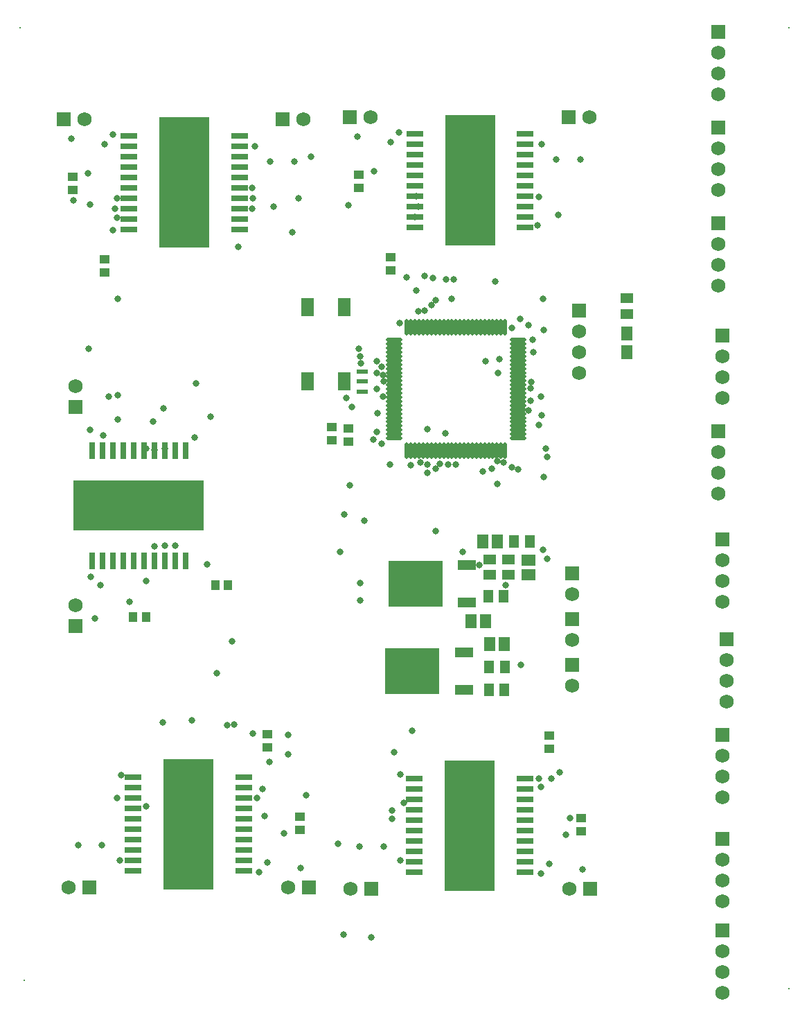
<source format=gts>
G04 Layer_Color=8388736*
%FSLAX25Y25*%
%MOIN*%
G70*
G01*
G75*
%ADD11R,0.24400X0.63000*%
%ADD12R,0.08300X0.02500*%
%ADD17R,0.63000X0.24400*%
%ADD18R,0.02500X0.08300*%
%ADD44R,0.04737X0.04343*%
%ADD45R,0.26391X0.22453*%
%ADD46R,0.09068X0.04540*%
%ADD47O,0.07887X0.01981*%
%ADD48O,0.01981X0.07887*%
%ADD49R,0.05328X0.06509*%
%ADD50R,0.04934X0.06312*%
%ADD51R,0.06312X0.04934*%
%ADD52R,0.06509X0.05328*%
%ADD53R,0.04343X0.04737*%
%ADD54R,0.05524X0.02375*%
%ADD55R,0.06312X0.09068*%
%ADD56R,0.05800X0.06800*%
%ADD57R,0.06800X0.06800*%
%ADD58C,0.06800*%
%ADD59R,0.06800X0.06800*%
%ADD60C,0.00800*%
%ADD61C,0.03162*%
D11*
X330500Y454500D02*
D03*
X192900Y453500D02*
D03*
X330400Y144350D02*
D03*
X194900Y145000D02*
D03*
D12*
X357100Y477000D02*
D03*
Y472000D02*
D03*
Y467000D02*
D03*
Y462000D02*
D03*
Y457000D02*
D03*
Y452000D02*
D03*
Y447000D02*
D03*
Y442000D02*
D03*
Y437000D02*
D03*
Y432000D02*
D03*
X303900D02*
D03*
Y437000D02*
D03*
Y442000D02*
D03*
Y447000D02*
D03*
Y452000D02*
D03*
Y457000D02*
D03*
Y462000D02*
D03*
Y467000D02*
D03*
Y472000D02*
D03*
Y477000D02*
D03*
X219500Y476000D02*
D03*
Y471000D02*
D03*
Y466000D02*
D03*
Y461000D02*
D03*
Y456000D02*
D03*
Y451000D02*
D03*
Y446000D02*
D03*
Y441000D02*
D03*
Y436000D02*
D03*
Y431000D02*
D03*
X166300D02*
D03*
Y436000D02*
D03*
Y441000D02*
D03*
Y446000D02*
D03*
Y451000D02*
D03*
Y456000D02*
D03*
Y461000D02*
D03*
Y466000D02*
D03*
Y471000D02*
D03*
Y476000D02*
D03*
X303800Y121850D02*
D03*
Y126850D02*
D03*
Y131850D02*
D03*
Y136850D02*
D03*
Y141850D02*
D03*
Y146850D02*
D03*
Y151850D02*
D03*
Y156850D02*
D03*
Y161850D02*
D03*
Y166850D02*
D03*
X357000D02*
D03*
Y161850D02*
D03*
Y156850D02*
D03*
Y151850D02*
D03*
Y146850D02*
D03*
Y141850D02*
D03*
Y136850D02*
D03*
Y131850D02*
D03*
Y126850D02*
D03*
Y121850D02*
D03*
X168300Y122500D02*
D03*
Y127500D02*
D03*
Y132500D02*
D03*
Y137500D02*
D03*
Y142500D02*
D03*
Y147500D02*
D03*
Y152500D02*
D03*
Y157500D02*
D03*
Y162500D02*
D03*
Y167500D02*
D03*
X221500D02*
D03*
Y162500D02*
D03*
Y157500D02*
D03*
Y152500D02*
D03*
Y147500D02*
D03*
Y142500D02*
D03*
Y137500D02*
D03*
Y132500D02*
D03*
Y127500D02*
D03*
Y122500D02*
D03*
D17*
X171000Y298100D02*
D03*
D18*
X148500Y324700D02*
D03*
X153500D02*
D03*
X158500D02*
D03*
X163500D02*
D03*
X168500D02*
D03*
X173500D02*
D03*
X178500D02*
D03*
X183500D02*
D03*
X188500D02*
D03*
X193500D02*
D03*
Y271500D02*
D03*
X188500D02*
D03*
X183500D02*
D03*
X178500D02*
D03*
X173500D02*
D03*
X168500D02*
D03*
X163500D02*
D03*
X158500D02*
D03*
X153500D02*
D03*
X148500D02*
D03*
D44*
X233000Y188150D02*
D03*
Y181850D02*
D03*
X154800Y410350D02*
D03*
Y416650D02*
D03*
X139300Y449850D02*
D03*
Y456150D02*
D03*
X276900Y450850D02*
D03*
Y457150D02*
D03*
X292400Y411350D02*
D03*
Y417650D02*
D03*
X272000Y328850D02*
D03*
Y335150D02*
D03*
X264000Y329701D02*
D03*
Y336000D02*
D03*
X248500Y148650D02*
D03*
Y142350D02*
D03*
X368500Y187500D02*
D03*
Y181201D02*
D03*
X384000Y148000D02*
D03*
Y141701D02*
D03*
D45*
X302740Y218524D02*
D03*
X304240Y260524D02*
D03*
D46*
X327543Y227500D02*
D03*
Y209547D02*
D03*
X329043Y269500D02*
D03*
Y251547D02*
D03*
D47*
X294051Y377776D02*
D03*
Y375807D02*
D03*
Y373839D02*
D03*
Y371870D02*
D03*
Y369902D02*
D03*
Y367933D02*
D03*
Y365965D02*
D03*
Y363996D02*
D03*
Y362028D02*
D03*
Y360059D02*
D03*
Y358090D02*
D03*
Y356122D02*
D03*
Y354153D02*
D03*
Y352185D02*
D03*
Y350217D02*
D03*
Y348248D02*
D03*
Y346280D02*
D03*
Y344311D02*
D03*
Y342342D02*
D03*
Y340374D02*
D03*
Y338405D02*
D03*
Y336437D02*
D03*
Y334469D02*
D03*
Y332500D02*
D03*
Y330532D02*
D03*
X353500D02*
D03*
Y332500D02*
D03*
Y334469D02*
D03*
Y336437D02*
D03*
Y338405D02*
D03*
Y340374D02*
D03*
Y342342D02*
D03*
Y344311D02*
D03*
Y346280D02*
D03*
Y348248D02*
D03*
Y350217D02*
D03*
Y352185D02*
D03*
Y354153D02*
D03*
Y356122D02*
D03*
Y358090D02*
D03*
Y360059D02*
D03*
Y362028D02*
D03*
Y363996D02*
D03*
Y365965D02*
D03*
Y367933D02*
D03*
Y369902D02*
D03*
Y371870D02*
D03*
Y373839D02*
D03*
Y375807D02*
D03*
Y377776D02*
D03*
D48*
X300153Y324429D02*
D03*
X302122D02*
D03*
X304090D02*
D03*
X306059D02*
D03*
X308028D02*
D03*
X309996D02*
D03*
X311965D02*
D03*
X313933D02*
D03*
X315902D02*
D03*
X317870D02*
D03*
X319839D02*
D03*
X321807D02*
D03*
X323776D02*
D03*
X325744D02*
D03*
X327713D02*
D03*
X329681D02*
D03*
X331650D02*
D03*
X333618D02*
D03*
X335587D02*
D03*
X337555D02*
D03*
X339524D02*
D03*
X341492D02*
D03*
X343461D02*
D03*
X345429D02*
D03*
X347398D02*
D03*
Y383878D02*
D03*
X345429D02*
D03*
X343461D02*
D03*
X341492D02*
D03*
X339524D02*
D03*
X337555D02*
D03*
X335587D02*
D03*
X333618D02*
D03*
X331650D02*
D03*
X329681D02*
D03*
X327713D02*
D03*
X325744D02*
D03*
X323776D02*
D03*
X321807D02*
D03*
X319839D02*
D03*
X317870D02*
D03*
X315902D02*
D03*
X313933D02*
D03*
X311965D02*
D03*
X309996D02*
D03*
X308028D02*
D03*
X306059D02*
D03*
X304090D02*
D03*
X302122D02*
D03*
X300153D02*
D03*
D49*
X347043Y231500D02*
D03*
X339957D02*
D03*
X331043Y242500D02*
D03*
X338130D02*
D03*
X336500Y281000D02*
D03*
X343587D02*
D03*
D50*
X339803Y220500D02*
D03*
X347284D02*
D03*
X347043Y209500D02*
D03*
X339563D02*
D03*
X346783Y254500D02*
D03*
X339303D02*
D03*
X359283Y281000D02*
D03*
X351803D02*
D03*
D51*
X349043Y264760D02*
D03*
Y272240D02*
D03*
X340043Y264760D02*
D03*
Y272240D02*
D03*
X406000Y397740D02*
D03*
Y390260D02*
D03*
D52*
X358543Y272043D02*
D03*
Y264957D02*
D03*
D53*
X174650Y244500D02*
D03*
X168350D02*
D03*
X214150Y260000D02*
D03*
X207850D02*
D03*
D54*
X278634Y353016D02*
D03*
Y357740D02*
D03*
Y362465D02*
D03*
D55*
X269905Y393653D02*
D03*
Y357827D02*
D03*
X252189D02*
D03*
Y393653D02*
D03*
D56*
X406000Y381000D02*
D03*
Y372000D02*
D03*
D57*
X452000Y94000D02*
D03*
Y138000D02*
D03*
Y188000D02*
D03*
X454000Y234000D02*
D03*
X452000Y282000D02*
D03*
X450000Y334000D02*
D03*
X452000Y380000D02*
D03*
X450000Y434000D02*
D03*
Y480000D02*
D03*
Y526000D02*
D03*
X379500Y243500D02*
D03*
Y221500D02*
D03*
X383047Y391740D02*
D03*
X140500Y345600D02*
D03*
Y240100D02*
D03*
X379500Y265500D02*
D03*
D58*
X452000Y84000D02*
D03*
Y74000D02*
D03*
Y64000D02*
D03*
Y128000D02*
D03*
Y118000D02*
D03*
Y108000D02*
D03*
Y178000D02*
D03*
Y168000D02*
D03*
Y158000D02*
D03*
X454000Y224000D02*
D03*
Y214000D02*
D03*
Y204000D02*
D03*
X452000Y272000D02*
D03*
Y262000D02*
D03*
Y252000D02*
D03*
X450000Y324000D02*
D03*
Y314000D02*
D03*
Y304000D02*
D03*
X452000Y370000D02*
D03*
Y360000D02*
D03*
Y350000D02*
D03*
X450000Y424000D02*
D03*
Y414000D02*
D03*
Y404000D02*
D03*
Y470000D02*
D03*
Y460000D02*
D03*
Y450000D02*
D03*
Y516000D02*
D03*
Y506000D02*
D03*
Y496000D02*
D03*
X379500Y233500D02*
D03*
Y211500D02*
D03*
X383047Y381740D02*
D03*
Y371740D02*
D03*
Y361740D02*
D03*
X140500Y355600D02*
D03*
Y250100D02*
D03*
X250400Y484000D02*
D03*
X379500Y255500D02*
D03*
X272900Y113850D02*
D03*
X242900Y114500D02*
D03*
X137400D02*
D03*
X378400Y113850D02*
D03*
X282500Y485000D02*
D03*
X388000D02*
D03*
X144900Y484000D02*
D03*
D59*
X240400D02*
D03*
X282900Y113850D02*
D03*
X252900Y114500D02*
D03*
X147400D02*
D03*
X388400Y113850D02*
D03*
X272500Y485000D02*
D03*
X378000D02*
D03*
X134900Y484000D02*
D03*
D60*
X484000Y528000D02*
D03*
Y66000D02*
D03*
X116000Y70000D02*
D03*
X114000Y528000D02*
D03*
D61*
X344000Y362000D02*
D03*
X309906Y317906D02*
D03*
X314000Y316000D02*
D03*
X316095Y318095D02*
D03*
X310000Y314000D02*
D03*
X366000Y312000D02*
D03*
X346500Y318969D02*
D03*
X343500Y319500D02*
D03*
X350500Y316500D02*
D03*
X353500Y315500D02*
D03*
X367500Y321500D02*
D03*
X367000Y325500D02*
D03*
X323802Y317802D02*
D03*
X319833Y317833D02*
D03*
X306546Y318736D02*
D03*
X302000Y317500D02*
D03*
X360500Y377969D02*
D03*
X365000Y341500D02*
D03*
X363500Y337000D02*
D03*
X341000Y316000D02*
D03*
X292000Y318000D02*
D03*
X288000Y328000D02*
D03*
X284000Y330000D02*
D03*
X285633Y333633D02*
D03*
X288000Y365000D02*
D03*
X277500Y370000D02*
D03*
X213500Y192500D02*
D03*
X217000Y193000D02*
D03*
X226000Y188500D02*
D03*
X378500Y148000D02*
D03*
X364500Y121350D02*
D03*
X368500Y125850D02*
D03*
X373500Y170000D02*
D03*
X288596Y361000D02*
D03*
X305500Y391500D02*
D03*
X279500Y291000D02*
D03*
X314000Y286000D02*
D03*
X270000Y294000D02*
D03*
X272500Y308000D02*
D03*
X347500Y260000D02*
D03*
X365500Y277000D02*
D03*
X367500Y272500D02*
D03*
X335000Y269500D02*
D03*
X296500Y386000D02*
D03*
X369500Y167000D02*
D03*
X289000Y358000D02*
D03*
X364500Y163000D02*
D03*
X350500Y383498D02*
D03*
X293000Y147500D02*
D03*
X277500Y252500D02*
D03*
X343500Y308500D02*
D03*
X293000Y151500D02*
D03*
X277500Y261000D02*
D03*
X358500Y343938D02*
D03*
X336500Y314500D02*
D03*
X294000Y179500D02*
D03*
X302500Y190000D02*
D03*
X363500Y167000D02*
D03*
X298600Y155100D02*
D03*
X268000Y276000D02*
D03*
X297000Y169000D02*
D03*
Y127500D02*
D03*
X267000Y135500D02*
D03*
X251500Y159000D02*
D03*
X243000Y188000D02*
D03*
Y178500D02*
D03*
X162500Y168500D02*
D03*
X162000Y127500D02*
D03*
X231500Y149000D02*
D03*
X174500Y262000D02*
D03*
X216000Y233000D02*
D03*
X204000Y270000D02*
D03*
X228000Y157500D02*
D03*
X230500Y162000D02*
D03*
X174500Y153500D02*
D03*
X196500Y195000D02*
D03*
X160500Y157500D02*
D03*
X182500Y194000D02*
D03*
X285634Y354240D02*
D03*
Y361740D02*
D03*
X154000Y332000D02*
D03*
X156500Y350500D02*
D03*
X178000Y338500D02*
D03*
X183000Y345000D02*
D03*
X205500Y341000D02*
D03*
X198000Y331000D02*
D03*
X147500Y334500D02*
D03*
X147000Y373500D02*
D03*
X158500Y430500D02*
D03*
X147500Y443000D02*
D03*
X139500Y445000D02*
D03*
X245000Y429500D02*
D03*
X236000Y442000D02*
D03*
X248000Y446000D02*
D03*
X272000Y442500D02*
D03*
X225500Y451000D02*
D03*
X226000Y446000D02*
D03*
X219000Y422500D02*
D03*
X227000Y471000D02*
D03*
X254000Y466000D02*
D03*
X273500Y345500D02*
D03*
X359500Y348500D02*
D03*
X364500Y350500D02*
D03*
X361000Y371969D02*
D03*
X178500Y278500D02*
D03*
X183500Y279000D02*
D03*
X359500Y354500D02*
D03*
X373000Y438000D02*
D03*
X363000Y433000D02*
D03*
X365000Y472000D02*
D03*
X365500Y397500D02*
D03*
X360000Y357500D02*
D03*
X358500Y385000D02*
D03*
X321500Y397500D02*
D03*
X314000Y397000D02*
D03*
X312000Y394500D02*
D03*
X308500Y392000D02*
D03*
Y408500D02*
D03*
X312500Y407500D02*
D03*
X225500Y441000D02*
D03*
X304500Y401500D02*
D03*
X160500Y436500D02*
D03*
X159500Y441000D02*
D03*
X160500Y446000D02*
D03*
X285500Y367500D02*
D03*
X245900Y463500D02*
D03*
X234400D02*
D03*
X138800Y474500D02*
D03*
X154800Y472000D02*
D03*
X146800Y458000D02*
D03*
X158800Y476500D02*
D03*
X284400Y459000D02*
D03*
X296400Y477500D02*
D03*
X276400Y475500D02*
D03*
X292400Y473000D02*
D03*
X372000Y464500D02*
D03*
X383500D02*
D03*
X376500Y139850D02*
D03*
X384500Y123350D02*
D03*
X288900Y134350D02*
D03*
X277400D02*
D03*
X241000Y140500D02*
D03*
X229000Y122000D02*
D03*
X249000Y124000D02*
D03*
X233000Y126500D02*
D03*
X153400Y135000D02*
D03*
X141900D02*
D03*
X166500Y252000D02*
D03*
X148000Y264000D02*
D03*
X150000Y244000D02*
D03*
X152500Y260000D02*
D03*
X161000Y339600D02*
D03*
Y351100D02*
D03*
X366000Y382469D02*
D03*
X354500Y387968D02*
D03*
X318500Y332968D02*
D03*
X310000Y334968D02*
D03*
X344500Y368468D02*
D03*
X338000Y367469D02*
D03*
X271000Y349969D02*
D03*
X286000Y342469D02*
D03*
X288500Y350468D02*
D03*
X331500Y242500D02*
D03*
X355000Y221500D02*
D03*
X347500Y220500D02*
D03*
X327000Y276000D02*
D03*
X342500Y406000D02*
D03*
X363500Y446500D02*
D03*
X305500Y442000D02*
D03*
X304500Y447000D02*
D03*
X304000Y437000D02*
D03*
X277000Y373500D02*
D03*
X178500Y325000D02*
D03*
X278000Y366500D02*
D03*
X183500Y325500D02*
D03*
X322500Y407000D02*
D03*
X319000D02*
D03*
X300000Y408000D02*
D03*
X292500Y417500D02*
D03*
X174500Y325500D02*
D03*
X198500Y357000D02*
D03*
X188500Y279000D02*
D03*
X208500Y217500D02*
D03*
X234000Y175000D02*
D03*
X161000Y397500D02*
D03*
X269500Y92000D02*
D03*
X283000Y90500D02*
D03*
X186000Y480000D02*
D03*
X200000D02*
D03*
Y470000D02*
D03*
Y444000D02*
D03*
Y436000D02*
D03*
Y428000D02*
D03*
X186000Y460000D02*
D03*
Y444000D02*
D03*
Y436000D02*
D03*
X194000D02*
D03*
X192000Y430000D02*
D03*
X194000Y444000D02*
D03*
Y460000D02*
D03*
X186000Y470000D02*
D03*
X194000D02*
D03*
Y480000D02*
D03*
X200000Y460000D02*
D03*
Y452000D02*
D03*
X194000D02*
D03*
X186000D02*
D03*
X322000Y482000D02*
D03*
X330000D02*
D03*
X338000D02*
D03*
Y474000D02*
D03*
Y466000D02*
D03*
Y458000D02*
D03*
Y448000D02*
D03*
Y438000D02*
D03*
Y428000D02*
D03*
X332000D02*
D03*
Y438000D02*
D03*
Y448000D02*
D03*
Y458000D02*
D03*
Y466000D02*
D03*
Y474000D02*
D03*
X322000D02*
D03*
Y466000D02*
D03*
Y458000D02*
D03*
Y448000D02*
D03*
X326000Y438000D02*
D03*
Y428000D02*
D03*
X322000Y172000D02*
D03*
X330000D02*
D03*
X338000D02*
D03*
Y164000D02*
D03*
X330000D02*
D03*
X322000D02*
D03*
Y156000D02*
D03*
X330000D02*
D03*
X338000D02*
D03*
Y148000D02*
D03*
X330000D02*
D03*
X322000D02*
D03*
Y138000D02*
D03*
X330000D02*
D03*
X338000D02*
D03*
Y128000D02*
D03*
X330000D02*
D03*
X322000D02*
D03*
Y118000D02*
D03*
X330000D02*
D03*
X338000D02*
D03*
X186000Y172000D02*
D03*
X194000D02*
D03*
X202000D02*
D03*
Y164000D02*
D03*
Y156000D02*
D03*
Y148000D02*
D03*
Y120000D02*
D03*
X186000Y164000D02*
D03*
Y156000D02*
D03*
Y148000D02*
D03*
Y138000D02*
D03*
X202000D02*
D03*
X194000Y164000D02*
D03*
Y156000D02*
D03*
Y148000D02*
D03*
Y138000D02*
D03*
X186000Y120000D02*
D03*
X194000D02*
D03*
X186000Y132000D02*
D03*
X194000D02*
D03*
X202000D02*
D03*
X144000Y306000D02*
D03*
X152000D02*
D03*
X162000D02*
D03*
X172000D02*
D03*
X182000D02*
D03*
X192000D02*
D03*
X198000Y296000D02*
D03*
X192000Y288000D02*
D03*
X172000D02*
D03*
X164000D02*
D03*
X156000D02*
D03*
X150000D02*
D03*
X144000D02*
D03*
Y296000D02*
D03*
X150000D02*
D03*
X158000D02*
D03*
X168000D02*
D03*
X176000D02*
D03*
X184000Y300000D02*
D03*
X154000D02*
D03*
M02*

</source>
